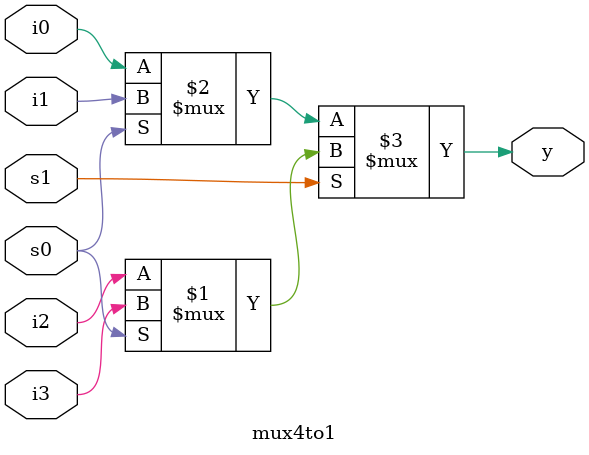
<source format=v>
module mux4to1(
  input s0,s1,i0,i1,i2,i3,
  output y);
  
  assign y = s1 ? (s0 ? i3 : i2) : (s0 ? i1 :i0);

endmodule 

</source>
